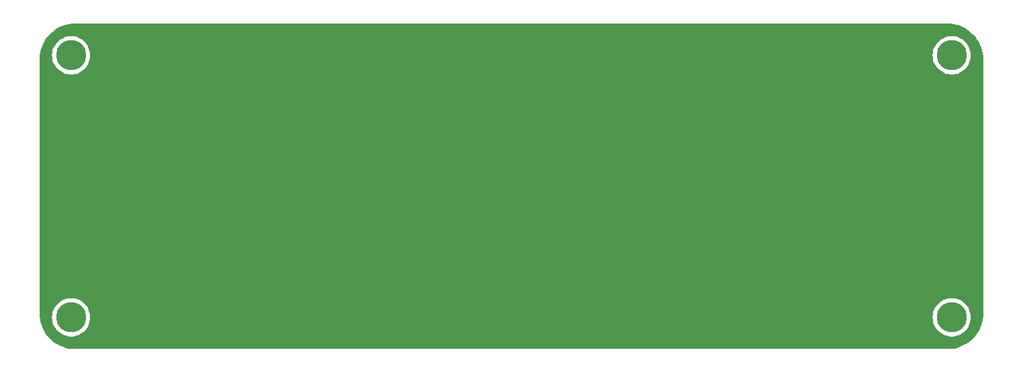
<source format=gbr>
%TF.GenerationSoftware,KiCad,Pcbnew,(6.0.0)*%
%TF.CreationDate,2022-03-13T18:58:15+01:00*%
%TF.ProjectId,bottomplate,626f7474-6f6d-4706-9c61-74652e6b6963,rev?*%
%TF.SameCoordinates,Original*%
%TF.FileFunction,Copper,L2,Bot*%
%TF.FilePolarity,Positive*%
%FSLAX46Y46*%
G04 Gerber Fmt 4.6, Leading zero omitted, Abs format (unit mm)*
G04 Created by KiCad (PCBNEW (6.0.0)) date 2022-03-13 18:58:15*
%MOMM*%
%LPD*%
G01*
G04 APERTURE LIST*
%TA.AperFunction,ConnectorPad*%
%ADD10C,3.800000*%
%TD*%
%TA.AperFunction,ComponentPad*%
%ADD11C,2.600000*%
%TD*%
G04 APERTURE END LIST*
D10*
%TO.P,REF\u002A\u002A,1*%
%TO.N,N/C*%
X205830000Y-79550000D03*
D11*
X205830000Y-79550000D03*
%TD*%
D10*
%TO.P,REF\u002A\u002A,1*%
%TO.N,N/C*%
X205830000Y-112550000D03*
D11*
X205830000Y-112550000D03*
%TD*%
D10*
%TO.P,REF\u002A\u002A,1*%
%TO.N,N/C*%
X94830000Y-112550000D03*
D11*
X94830000Y-112550000D03*
%TD*%
%TO.P,REF\u002A\u002A,1*%
%TO.N,N/C*%
X94830000Y-79550000D03*
D10*
X94830000Y-79550000D03*
%TD*%
%TA.AperFunction,NonConductor*%
G36*
X205300057Y-75559500D02*
G01*
X205314858Y-75561805D01*
X205314861Y-75561805D01*
X205323730Y-75563186D01*
X205344158Y-75560515D01*
X205365983Y-75559571D01*
X205716007Y-75574853D01*
X205726958Y-75575811D01*
X206104579Y-75625527D01*
X206115403Y-75627436D01*
X206487243Y-75709870D01*
X206497860Y-75712715D01*
X206861110Y-75827248D01*
X206871425Y-75831001D01*
X207223334Y-75976766D01*
X207233269Y-75981399D01*
X207571128Y-76157278D01*
X207580637Y-76162768D01*
X207901860Y-76367410D01*
X207910864Y-76373714D01*
X208213043Y-76605583D01*
X208221463Y-76612649D01*
X208502268Y-76869959D01*
X208510041Y-76877732D01*
X208767351Y-77158537D01*
X208774417Y-77166957D01*
X209006286Y-77469136D01*
X209012590Y-77478140D01*
X209217232Y-77799363D01*
X209222722Y-77808872D01*
X209398601Y-78146731D01*
X209403234Y-78156666D01*
X209500293Y-78390988D01*
X209548996Y-78508568D01*
X209552755Y-78518897D01*
X209667285Y-78882139D01*
X209670130Y-78892757D01*
X209752564Y-79264597D01*
X209754473Y-79275421D01*
X209804189Y-79653042D01*
X209805147Y-79663993D01*
X209820104Y-80006583D01*
X209818724Y-80031461D01*
X209816814Y-80043730D01*
X209818638Y-80057678D01*
X209820936Y-80075251D01*
X209822000Y-80091589D01*
X209822000Y-112000672D01*
X209820500Y-112020056D01*
X209816814Y-112043730D01*
X209819485Y-112064158D01*
X209820429Y-112085983D01*
X209805147Y-112436006D01*
X209805147Y-112436007D01*
X209804189Y-112446958D01*
X209754473Y-112824579D01*
X209752564Y-112835403D01*
X209670130Y-113207243D01*
X209667285Y-113217861D01*
X209552755Y-113581103D01*
X209548999Y-113591425D01*
X209498808Y-113712598D01*
X209403238Y-113943325D01*
X209398601Y-113953269D01*
X209222722Y-114291128D01*
X209217232Y-114300637D01*
X209012590Y-114621860D01*
X209006286Y-114630864D01*
X208774417Y-114933043D01*
X208767351Y-114941463D01*
X208510041Y-115222268D01*
X208502268Y-115230041D01*
X208221463Y-115487351D01*
X208213043Y-115494417D01*
X207910864Y-115726286D01*
X207901860Y-115732590D01*
X207580637Y-115937232D01*
X207571128Y-115942722D01*
X207233269Y-116118601D01*
X207223334Y-116123234D01*
X206871425Y-116268999D01*
X206861110Y-116272752D01*
X206497861Y-116387285D01*
X206487243Y-116390130D01*
X206115403Y-116472564D01*
X206104579Y-116474473D01*
X205726958Y-116524189D01*
X205716007Y-116525147D01*
X205373417Y-116540104D01*
X205348539Y-116538724D01*
X205348160Y-116538665D01*
X205336270Y-116536814D01*
X205304749Y-116540936D01*
X205288411Y-116542000D01*
X95379328Y-116542000D01*
X95359943Y-116540500D01*
X95345142Y-116538195D01*
X95345139Y-116538195D01*
X95336270Y-116536814D01*
X95315842Y-116539485D01*
X95294017Y-116540429D01*
X94943993Y-116525147D01*
X94933042Y-116524189D01*
X94555421Y-116474473D01*
X94544597Y-116472564D01*
X94172757Y-116390130D01*
X94162139Y-116387285D01*
X93798890Y-116272752D01*
X93788575Y-116268999D01*
X93436666Y-116123234D01*
X93426731Y-116118601D01*
X93088872Y-115942722D01*
X93079363Y-115937232D01*
X92758140Y-115732590D01*
X92749136Y-115726286D01*
X92446957Y-115494417D01*
X92438537Y-115487351D01*
X92157732Y-115230041D01*
X92149959Y-115222268D01*
X91892649Y-114941463D01*
X91885583Y-114933043D01*
X91653714Y-114630864D01*
X91647410Y-114621860D01*
X91442768Y-114300637D01*
X91437278Y-114291128D01*
X91261399Y-113953269D01*
X91256762Y-113943325D01*
X91161193Y-113712598D01*
X91111001Y-113591425D01*
X91107245Y-113581103D01*
X90992715Y-113217861D01*
X90989870Y-113207243D01*
X90907436Y-112835403D01*
X90905527Y-112824579D01*
X90869377Y-112550000D01*
X92416738Y-112550000D01*
X92435767Y-112852462D01*
X92492555Y-113150154D01*
X92586206Y-113438381D01*
X92715242Y-113712598D01*
X92877630Y-113968480D01*
X93070808Y-114201992D01*
X93291729Y-114409450D01*
X93536910Y-114587584D01*
X93540379Y-114589491D01*
X93540382Y-114589493D01*
X93799014Y-114731678D01*
X93802483Y-114733585D01*
X93806152Y-114735038D01*
X93806157Y-114735040D01*
X94080591Y-114843696D01*
X94084261Y-114845149D01*
X94377800Y-114920516D01*
X94678470Y-114958500D01*
X94981530Y-114958500D01*
X95282200Y-114920516D01*
X95575739Y-114845149D01*
X95579409Y-114843696D01*
X95853843Y-114735040D01*
X95853848Y-114735038D01*
X95857517Y-114733585D01*
X95860986Y-114731678D01*
X96119618Y-114589493D01*
X96119621Y-114589491D01*
X96123090Y-114587584D01*
X96368271Y-114409450D01*
X96589192Y-114201992D01*
X96782370Y-113968480D01*
X96944758Y-113712598D01*
X97073794Y-113438381D01*
X97167445Y-113150154D01*
X97224233Y-112852462D01*
X97243262Y-112550000D01*
X203416738Y-112550000D01*
X203435767Y-112852462D01*
X203492555Y-113150154D01*
X203586206Y-113438381D01*
X203715242Y-113712598D01*
X203877630Y-113968480D01*
X204070808Y-114201992D01*
X204291729Y-114409450D01*
X204536910Y-114587584D01*
X204540379Y-114589491D01*
X204540382Y-114589493D01*
X204799014Y-114731678D01*
X204802483Y-114733585D01*
X204806152Y-114735038D01*
X204806157Y-114735040D01*
X205080591Y-114843696D01*
X205084261Y-114845149D01*
X205377800Y-114920516D01*
X205678470Y-114958500D01*
X205981530Y-114958500D01*
X206282200Y-114920516D01*
X206575739Y-114845149D01*
X206579409Y-114843696D01*
X206853843Y-114735040D01*
X206853848Y-114735038D01*
X206857517Y-114733585D01*
X206860986Y-114731678D01*
X207119618Y-114589493D01*
X207119621Y-114589491D01*
X207123090Y-114587584D01*
X207368271Y-114409450D01*
X207589192Y-114201992D01*
X207782370Y-113968480D01*
X207944758Y-113712598D01*
X208073794Y-113438381D01*
X208167445Y-113150154D01*
X208224233Y-112852462D01*
X208243262Y-112550000D01*
X208224233Y-112247538D01*
X208167445Y-111949846D01*
X208073794Y-111661619D01*
X207944758Y-111387402D01*
X207782370Y-111131520D01*
X207589192Y-110898008D01*
X207368271Y-110690550D01*
X207123090Y-110512416D01*
X206857517Y-110366415D01*
X206853848Y-110364962D01*
X206853843Y-110364960D01*
X206579409Y-110256304D01*
X206579408Y-110256304D01*
X206575739Y-110254851D01*
X206282200Y-110179484D01*
X205981530Y-110141500D01*
X205678470Y-110141500D01*
X205377800Y-110179484D01*
X205084261Y-110254851D01*
X205080592Y-110256304D01*
X205080591Y-110256304D01*
X204806157Y-110364960D01*
X204806152Y-110364962D01*
X204802483Y-110366415D01*
X204536910Y-110512416D01*
X204291729Y-110690550D01*
X204070808Y-110898008D01*
X203877630Y-111131520D01*
X203715242Y-111387402D01*
X203586206Y-111661619D01*
X203492555Y-111949846D01*
X203435767Y-112247538D01*
X203416738Y-112550000D01*
X97243262Y-112550000D01*
X97224233Y-112247538D01*
X97167445Y-111949846D01*
X97073794Y-111661619D01*
X96944758Y-111387402D01*
X96782370Y-111131520D01*
X96589192Y-110898008D01*
X96368271Y-110690550D01*
X96123090Y-110512416D01*
X95857517Y-110366415D01*
X95853848Y-110364962D01*
X95853843Y-110364960D01*
X95579409Y-110256304D01*
X95579408Y-110256304D01*
X95575739Y-110254851D01*
X95282200Y-110179484D01*
X94981530Y-110141500D01*
X94678470Y-110141500D01*
X94377800Y-110179484D01*
X94084261Y-110254851D01*
X94080592Y-110256304D01*
X94080591Y-110256304D01*
X93806157Y-110364960D01*
X93806152Y-110364962D01*
X93802483Y-110366415D01*
X93536910Y-110512416D01*
X93291729Y-110690550D01*
X93070808Y-110898008D01*
X92877630Y-111131520D01*
X92715242Y-111387402D01*
X92586206Y-111661619D01*
X92492555Y-111949846D01*
X92435767Y-112247538D01*
X92416738Y-112550000D01*
X90869377Y-112550000D01*
X90855811Y-112446957D01*
X90854853Y-112436006D01*
X90840059Y-112097173D01*
X90841686Y-112070769D01*
X90842263Y-112067342D01*
X90842263Y-112067340D01*
X90843071Y-112062539D01*
X90843224Y-112050000D01*
X90839273Y-112022412D01*
X90838000Y-112004549D01*
X90838000Y-80103207D01*
X90839746Y-80082303D01*
X90842264Y-80067335D01*
X90843071Y-80062539D01*
X90843224Y-80050000D01*
X90840885Y-80033664D01*
X90839733Y-80010311D01*
X90846455Y-79856360D01*
X90854853Y-79663993D01*
X90855811Y-79653042D01*
X90869377Y-79550000D01*
X92416738Y-79550000D01*
X92435767Y-79852462D01*
X92492555Y-80150154D01*
X92586206Y-80438381D01*
X92715242Y-80712598D01*
X92877630Y-80968480D01*
X93070808Y-81201992D01*
X93291729Y-81409450D01*
X93536910Y-81587584D01*
X93802483Y-81733585D01*
X93806152Y-81735038D01*
X93806157Y-81735040D01*
X94080591Y-81843696D01*
X94084261Y-81845149D01*
X94377800Y-81920516D01*
X94678470Y-81958500D01*
X94981530Y-81958500D01*
X95282200Y-81920516D01*
X95575739Y-81845149D01*
X95579409Y-81843696D01*
X95853843Y-81735040D01*
X95853848Y-81735038D01*
X95857517Y-81733585D01*
X96123090Y-81587584D01*
X96368271Y-81409450D01*
X96589192Y-81201992D01*
X96782370Y-80968480D01*
X96944758Y-80712598D01*
X97073794Y-80438381D01*
X97167445Y-80150154D01*
X97224233Y-79852462D01*
X97243262Y-79550000D01*
X203416738Y-79550000D01*
X203435767Y-79852462D01*
X203492555Y-80150154D01*
X203586206Y-80438381D01*
X203715242Y-80712598D01*
X203877630Y-80968480D01*
X204070808Y-81201992D01*
X204291729Y-81409450D01*
X204536910Y-81587584D01*
X204802483Y-81733585D01*
X204806152Y-81735038D01*
X204806157Y-81735040D01*
X205080591Y-81843696D01*
X205084261Y-81845149D01*
X205377800Y-81920516D01*
X205678470Y-81958500D01*
X205981530Y-81958500D01*
X206282200Y-81920516D01*
X206575739Y-81845149D01*
X206579409Y-81843696D01*
X206853843Y-81735040D01*
X206853848Y-81735038D01*
X206857517Y-81733585D01*
X207123090Y-81587584D01*
X207368271Y-81409450D01*
X207589192Y-81201992D01*
X207782370Y-80968480D01*
X207944758Y-80712598D01*
X208073794Y-80438381D01*
X208167445Y-80150154D01*
X208224233Y-79852462D01*
X208243262Y-79550000D01*
X208224233Y-79247538D01*
X208167445Y-78949846D01*
X208073794Y-78661619D01*
X207944758Y-78387402D01*
X207782370Y-78131520D01*
X207589192Y-77898008D01*
X207368271Y-77690550D01*
X207123090Y-77512416D01*
X207052294Y-77473495D01*
X206860986Y-77368322D01*
X206860985Y-77368321D01*
X206857517Y-77366415D01*
X206853848Y-77364962D01*
X206853843Y-77364960D01*
X206579409Y-77256304D01*
X206579408Y-77256304D01*
X206575739Y-77254851D01*
X206282200Y-77179484D01*
X205981530Y-77141500D01*
X205678470Y-77141500D01*
X205377800Y-77179484D01*
X205084261Y-77254851D01*
X205080592Y-77256304D01*
X205080591Y-77256304D01*
X204806157Y-77364960D01*
X204806152Y-77364962D01*
X204802483Y-77366415D01*
X204799015Y-77368321D01*
X204799014Y-77368322D01*
X204607707Y-77473495D01*
X204536910Y-77512416D01*
X204291729Y-77690550D01*
X204070808Y-77898008D01*
X203877630Y-78131520D01*
X203715242Y-78387402D01*
X203586206Y-78661619D01*
X203492555Y-78949846D01*
X203435767Y-79247538D01*
X203416738Y-79550000D01*
X97243262Y-79550000D01*
X97224233Y-79247538D01*
X97167445Y-78949846D01*
X97073794Y-78661619D01*
X96944758Y-78387402D01*
X96782370Y-78131520D01*
X96589192Y-77898008D01*
X96368271Y-77690550D01*
X96123090Y-77512416D01*
X96052294Y-77473495D01*
X95860986Y-77368322D01*
X95860985Y-77368321D01*
X95857517Y-77366415D01*
X95853848Y-77364962D01*
X95853843Y-77364960D01*
X95579409Y-77256304D01*
X95579408Y-77256304D01*
X95575739Y-77254851D01*
X95282200Y-77179484D01*
X94981530Y-77141500D01*
X94678470Y-77141500D01*
X94377800Y-77179484D01*
X94084261Y-77254851D01*
X94080592Y-77256304D01*
X94080591Y-77256304D01*
X93806157Y-77364960D01*
X93806152Y-77364962D01*
X93802483Y-77366415D01*
X93799015Y-77368321D01*
X93799014Y-77368322D01*
X93607707Y-77473495D01*
X93536910Y-77512416D01*
X93291729Y-77690550D01*
X93070808Y-77898008D01*
X92877630Y-78131520D01*
X92715242Y-78387402D01*
X92586206Y-78661619D01*
X92492555Y-78949846D01*
X92435767Y-79247538D01*
X92416738Y-79550000D01*
X90869377Y-79550000D01*
X90905527Y-79275421D01*
X90907436Y-79264597D01*
X90989870Y-78892757D01*
X90992715Y-78882139D01*
X91107245Y-78518897D01*
X91111004Y-78508568D01*
X91159707Y-78390988D01*
X91256766Y-78156666D01*
X91261399Y-78146731D01*
X91437278Y-77808872D01*
X91442768Y-77799363D01*
X91647410Y-77478140D01*
X91653714Y-77469136D01*
X91885583Y-77166957D01*
X91892649Y-77158537D01*
X92149959Y-76877732D01*
X92157732Y-76869959D01*
X92438537Y-76612649D01*
X92446957Y-76605583D01*
X92749136Y-76373714D01*
X92758140Y-76367410D01*
X93079363Y-76162768D01*
X93088872Y-76157278D01*
X93426731Y-75981399D01*
X93436666Y-75976766D01*
X93788575Y-75831001D01*
X93798890Y-75827248D01*
X94162140Y-75712715D01*
X94172757Y-75709870D01*
X94544597Y-75627436D01*
X94555421Y-75625527D01*
X94933042Y-75575811D01*
X94943993Y-75574853D01*
X95211226Y-75563186D01*
X95286583Y-75559896D01*
X95311462Y-75561276D01*
X95323730Y-75563186D01*
X95355252Y-75559064D01*
X95371589Y-75558000D01*
X205280672Y-75558000D01*
X205300057Y-75559500D01*
G37*
%TD.AperFunction*%
M02*

</source>
